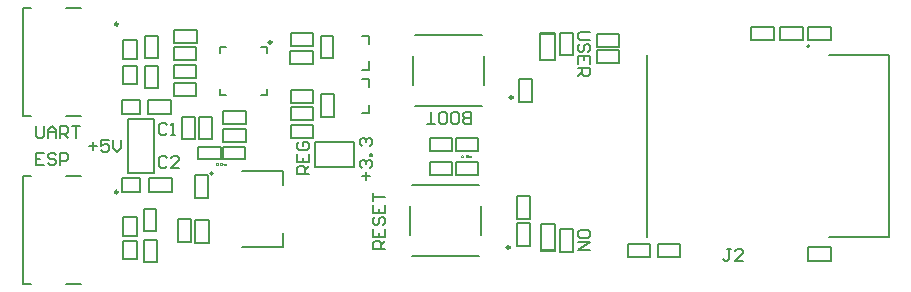
<source format=gto>
G04*
G04 #@! TF.GenerationSoftware,Altium Limited,Altium Designer,25.8.1 (18)*
G04*
G04 Layer_Color=65535*
%FSLAX44Y44*%
%MOMM*%
G71*
G04*
G04 #@! TF.SameCoordinates,F54E5B92-F0D5-4042-A45F-7CF7407C5741*
G04*
G04*
G04 #@! TF.FilePolarity,Positive*
G04*
G01*
G75*
%ADD10C,0.2500*%
%ADD11C,0.2000*%
%ADD12C,0.1270*%
%ADD13C,0.1524*%
%ADD14C,0.0508*%
%ADD15R,1.2700X0.2032*%
D10*
X407310Y41000D02*
G03*
X407310Y41000I-1250J0D01*
G01*
X409850Y168000D02*
G03*
X409850Y168000I-1250J0D01*
G01*
X205720Y214630D02*
G03*
X205720Y214630I-1250J0D01*
G01*
X75650Y230050D02*
G03*
X75650Y230050I-1250J0D01*
G01*
Y87850D02*
G03*
X75650Y87850I-1250J0D01*
G01*
D11*
X661060Y211500D02*
G03*
X661060Y211500I-1000J0D01*
G01*
X155940Y103632D02*
G03*
X155940Y103632I-1000J0D01*
G01*
X383060Y51250D02*
Y75750D01*
X324810Y93500D02*
X381310D01*
X323060Y51250D02*
Y75750D01*
X324810Y33500D02*
X381310D01*
X327350Y160500D02*
X383850D01*
X325600Y178250D02*
Y202750D01*
X327350Y220500D02*
X383850D01*
X385600Y178250D02*
Y202750D01*
X196770Y210395D02*
X201770D01*
Y205395D02*
Y210395D01*
X161770D02*
X166770D01*
X161770Y205395D02*
Y210395D01*
X196770Y170395D02*
X201770D01*
Y175395D01*
X161770Y170395D02*
X166770D01*
X161770D02*
Y175395D01*
X31900Y243800D02*
X44400D01*
X-4850D02*
X2400D01*
X-4850Y152400D02*
Y243800D01*
X31900Y152400D02*
X44400D01*
X-4850D02*
X2400D01*
X31900Y101600D02*
X44400D01*
X-4850D02*
X2400D01*
X-4850Y10200D02*
Y101600D01*
X31900Y10200D02*
X44400D01*
X-4850D02*
X2400D01*
X281940Y154700D02*
X288440D01*
Y161950D01*
X281940Y183700D02*
X288440D01*
Y176450D02*
Y183700D01*
X281940Y191240D02*
X288440D01*
Y198490D01*
X281940Y220240D02*
X288440D01*
Y212990D02*
Y220240D01*
D12*
X164338Y115570D02*
X183134D01*
X164338D02*
Y118364D01*
Y126492D01*
X183134D01*
Y115570D02*
Y126492D01*
X143764Y115570D02*
Y126492D01*
Y115570D02*
X162560D01*
Y123698D01*
Y126492D01*
X143764D02*
X162560D01*
X221742Y211328D02*
X240538D01*
X221742D02*
Y214122D01*
Y222250D01*
X240538D01*
Y211328D02*
Y222250D01*
X123305Y184171D02*
Y195093D01*
Y184171D02*
X142101D01*
Y192299D01*
Y195093D01*
X123305D02*
X142101D01*
X123305Y210454D02*
X142101D01*
Y207660D02*
Y210454D01*
Y199532D02*
Y207660D01*
X123305Y199532D02*
X142101D01*
X123305D02*
Y210454D01*
X129540Y132842D02*
X140462D01*
Y151638D01*
X132334D02*
X140462D01*
X129540D02*
X132334D01*
X129540Y132842D02*
Y151638D01*
X221742Y174498D02*
X240538D01*
Y171704D02*
Y174498D01*
Y163576D02*
Y171704D01*
X221742Y163576D02*
X240538D01*
X221742D02*
Y174498D01*
X240538Y134112D02*
Y145034D01*
X221742D02*
X240538D01*
X221742Y136906D02*
Y145034D01*
Y134112D02*
Y136906D01*
Y134112D02*
X240538D01*
X221742Y148844D02*
X240538D01*
X221742D02*
Y151638D01*
Y159766D01*
X240538D01*
Y148844D02*
Y159766D01*
X450033Y37434D02*
X460955D01*
Y56230D01*
X452827D02*
X460955D01*
X450033D02*
X452827D01*
X450033Y37434D02*
Y56230D01*
X461208Y204013D02*
Y222809D01*
X458414Y204013D02*
X461208D01*
X450286D02*
X458414D01*
X450286D02*
Y222809D01*
X461208D01*
X413496Y65532D02*
X424418D01*
Y84328D01*
X416290D02*
X424418D01*
X413496D02*
X416290D01*
X413496Y65532D02*
Y84328D01*
X480822Y208280D02*
X499618D01*
Y205486D02*
Y208280D01*
Y197358D02*
Y205486D01*
X480822Y197358D02*
X499618D01*
X480822D02*
Y208280D01*
X247396Y170688D02*
X258318D01*
X247396Y151892D02*
Y170688D01*
Y151892D02*
X255524D01*
X258318D01*
Y170688D01*
X480822Y221996D02*
X499618D01*
Y219202D02*
Y221996D01*
Y211074D02*
Y219202D01*
X480822Y211074D02*
X499618D01*
X480822D02*
Y221996D01*
X526034Y33020D02*
Y43942D01*
X507238D02*
X526034D01*
X507238Y35814D02*
Y43942D01*
Y33020D02*
Y35814D01*
Y33020D02*
X526034D01*
X532635Y44075D02*
X551431D01*
Y41281D02*
Y44075D01*
Y33153D02*
Y41281D01*
X532635Y33153D02*
X551431D01*
X532635D02*
Y44075D01*
X247142Y201422D02*
X258064D01*
Y220218D01*
X249936D02*
X258064D01*
X247142D02*
X249936D01*
X247142Y201422D02*
Y220218D01*
X361952Y122682D02*
X380748D01*
X361952D02*
Y125476D01*
Y133604D01*
X380748D01*
Y122682D02*
Y133604D01*
X358648Y122682D02*
Y133604D01*
X339852D02*
X358648D01*
X339852Y125476D02*
Y133604D01*
Y122682D02*
Y125476D01*
Y122682D02*
X358648D01*
X361952Y102365D02*
X380748D01*
X361952D02*
Y105159D01*
Y113287D01*
X380748D01*
Y102365D02*
Y113287D01*
X358648Y102365D02*
Y113287D01*
X339852D02*
X358648D01*
X339852Y105159D02*
Y113287D01*
Y102365D02*
Y105159D01*
Y102365D02*
X358648D01*
X97276Y55118D02*
Y73914D01*
X100070D01*
X108198D01*
Y55118D02*
Y73914D01*
X97276Y55118D02*
X108198D01*
X97536Y47498D02*
X108458D01*
X97536Y28702D02*
Y47498D01*
Y28702D02*
X105664D01*
X108458D01*
Y47498D01*
X109728Y176022D02*
Y194818D01*
X106934Y176022D02*
X109728D01*
X98806D02*
X106934D01*
X98806D02*
Y194818D01*
X109728D01*
X98552Y201422D02*
X109474D01*
Y220218D01*
X101346D02*
X109474D01*
X98552D02*
X101346D01*
X98552Y201422D02*
Y220218D01*
X659966Y216675D02*
Y227851D01*
X679270D01*
X659966Y216675D02*
X679270D01*
Y227851D01*
X84455Y104140D02*
Y149860D01*
Y104140D02*
X106045D01*
Y149860D01*
X84455D02*
X106045D01*
X242720Y108882D02*
Y130471D01*
X275740D01*
Y108882D02*
Y130471D01*
X242720Y108882D02*
X275740D01*
X728310Y50000D02*
Y204000D01*
X677810Y50000D02*
X728310D01*
X523310D02*
Y204000D01*
X677810D02*
X728310D01*
X611905Y216675D02*
Y227851D01*
X631209D01*
X611905Y216675D02*
X631209D01*
Y227851D01*
X142439Y214264D02*
Y225440D01*
X123135Y214264D02*
X142439D01*
X123135Y225440D02*
X142439D01*
X123135Y214264D02*
Y225440D01*
X655687Y216675D02*
Y227851D01*
X636383Y216675D02*
X655687D01*
X636383Y227851D02*
X655687D01*
X636383Y216675D02*
Y227851D01*
X215620Y93760D02*
Y106160D01*
X180620D02*
X215620D01*
Y41160D02*
Y53560D01*
X180620Y41160D02*
X215620D01*
X120142Y154432D02*
Y165608D01*
X100838Y154432D02*
X120142D01*
X100838Y165608D02*
X120142D01*
X100838Y154432D02*
Y165608D01*
X121412Y88392D02*
Y99568D01*
X102108Y88392D02*
X121412D01*
X102108Y99568D02*
X121412D01*
X102108Y88392D02*
Y99568D01*
X414782Y183642D02*
X425958D01*
Y164338D02*
Y183642D01*
X414782Y164338D02*
Y183642D01*
Y164338D02*
X425958D01*
X122797Y169007D02*
Y180183D01*
X142101D01*
X122797Y169007D02*
X142101D01*
Y180183D01*
X659968Y29972D02*
Y41148D01*
X679272D01*
X659968Y29972D02*
X679272D01*
Y41148D01*
X164338Y145542D02*
Y156718D01*
X183642D01*
X164338Y145542D02*
X183642D01*
Y156718D01*
Y130556D02*
Y141732D01*
X164338Y130556D02*
X183642D01*
X164338Y141732D02*
X183642D01*
X164338Y130556D02*
Y141732D01*
X240792Y196342D02*
Y207518D01*
X221488Y196342D02*
X240792D01*
X221488Y207518D02*
X240792D01*
X221488Y196342D02*
Y207518D01*
X144272Y132588D02*
X155448D01*
X144272D02*
Y151892D01*
X155448Y132588D02*
Y151892D01*
X144272D02*
X155448D01*
X126283Y45464D02*
X137459D01*
X126283D02*
Y64768D01*
X137459Y45464D02*
Y64768D01*
X126283D02*
X137459D01*
X141269Y45158D02*
X152445D01*
X141269D02*
Y64462D01*
X152445Y45158D02*
Y64462D01*
X141269D02*
X152445D01*
X140462Y102362D02*
X151638D01*
Y83058D02*
Y102362D01*
X140462Y83058D02*
Y102362D01*
Y83058D02*
X151638D01*
X413512Y42418D02*
X424688D01*
X413512D02*
Y61722D01*
X424688Y42418D02*
Y61722D01*
X413512D02*
X424688D01*
D13*
X91378Y200832D02*
Y216326D01*
X80202Y200832D02*
X91378D01*
X80202D02*
Y216326D01*
X91378D01*
X80202Y179480D02*
Y194974D01*
X91378D01*
Y179480D02*
Y194974D01*
X80202Y179480D02*
X91378D01*
X78740Y88392D02*
Y99568D01*
Y88392D02*
X94234D01*
Y99568D01*
X78740D02*
X94234D01*
X80202Y31342D02*
X91378D01*
Y46836D01*
X80202D02*
X91378D01*
X80202Y31342D02*
Y46836D01*
Y66541D02*
X91378D01*
X80202Y51047D02*
Y66541D01*
Y51047D02*
X91378D01*
Y66541D01*
X78740Y154432D02*
Y165608D01*
Y154432D02*
X94234D01*
Y165608D01*
X78740D02*
X94234D01*
X445770Y199898D02*
Y223012D01*
X433324Y199898D02*
X445770D01*
X433324D02*
Y223012D01*
X445770D01*
X433650Y37808D02*
Y60922D01*
X446096D01*
Y37808D02*
Y60922D01*
X433650Y37808D02*
X446096D01*
X374396Y145799D02*
Y155956D01*
X369318D01*
X367625Y154263D01*
Y152570D01*
X369318Y150878D01*
X374396D01*
X369318D01*
X367625Y149185D01*
Y147492D01*
X369318Y145799D01*
X374396D01*
X359161D02*
X362547D01*
X364239Y147492D01*
Y154263D01*
X362547Y155956D01*
X359161D01*
X357468Y154263D01*
Y147492D01*
X359161Y145799D01*
X349004D02*
X352390D01*
X354083Y147492D01*
Y154263D01*
X352390Y155956D01*
X349004D01*
X347311Y154263D01*
Y147492D01*
X349004Y145799D01*
X343926D02*
X337155D01*
X340540D01*
Y155956D01*
X302006Y39624D02*
X291849D01*
Y44702D01*
X293542Y46395D01*
X296928D01*
X298620Y44702D01*
Y39624D01*
Y43010D02*
X302006Y46395D01*
X291849Y56552D02*
Y49781D01*
X302006D01*
Y56552D01*
X296928Y49781D02*
Y53166D01*
X293542Y66709D02*
X291849Y65016D01*
Y61630D01*
X293542Y59937D01*
X295235D01*
X296928Y61630D01*
Y65016D01*
X298620Y66709D01*
X300313D01*
X302006Y65016D01*
Y61630D01*
X300313Y59937D01*
X291849Y76865D02*
Y70094D01*
X302006D01*
Y76865D01*
X296928Y70094D02*
Y73480D01*
X291849Y80251D02*
Y87022D01*
Y83637D01*
X302006D01*
X475231Y50548D02*
Y53933D01*
X473538Y55626D01*
X466767D01*
X465074Y53933D01*
Y50548D01*
X466767Y48855D01*
X473538D01*
X475231Y50548D01*
X465074Y45469D02*
X475231D01*
X465074Y38698D01*
X475231D01*
Y223266D02*
X466767D01*
X465074Y221573D01*
Y218188D01*
X466767Y216495D01*
X475231D01*
X473538Y206338D02*
X475231Y208031D01*
Y211416D01*
X473538Y213109D01*
X471845D01*
X470152Y211416D01*
Y208031D01*
X468460Y206338D01*
X466767D01*
X465074Y208031D01*
Y211416D01*
X466767Y213109D01*
X475231Y196181D02*
Y202953D01*
X465074D01*
Y196181D01*
X470152Y202953D02*
Y199567D01*
X465074Y192796D02*
X475231D01*
Y187717D01*
X473538Y186025D01*
X470152D01*
X468460Y187717D01*
Y192796D01*
Y189410D02*
X465074Y186025D01*
X595035Y39621D02*
X591650D01*
X593342D01*
Y31157D01*
X591650Y29464D01*
X589957D01*
X588264Y31157D01*
X605192Y29464D02*
X598421D01*
X605192Y36235D01*
Y37928D01*
X603499Y39621D01*
X600113D01*
X598421Y37928D01*
X285498Y98044D02*
Y104815D01*
X282112Y101430D02*
X288883D01*
X282112Y108201D02*
X280419Y109894D01*
Y113279D01*
X282112Y114972D01*
X283805D01*
X285498Y113279D01*
Y111586D01*
Y113279D01*
X287190Y114972D01*
X288883D01*
X290576Y113279D01*
Y109894D01*
X288883Y108201D01*
X290576Y118357D02*
X288883D01*
Y120050D01*
X290576D01*
Y118357D01*
X282112Y126821D02*
X280419Y128514D01*
Y131900D01*
X282112Y133593D01*
X283805D01*
X285498Y131900D01*
Y130207D01*
Y131900D01*
X287190Y133593D01*
X288883D01*
X290576Y131900D01*
Y128514D01*
X288883Y126821D01*
X237236Y103124D02*
X227079D01*
Y108202D01*
X228772Y109895D01*
X232158D01*
X233850Y108202D01*
Y103124D01*
Y106510D02*
X237236Y109895D01*
X227079Y120052D02*
Y113281D01*
X237236D01*
Y120052D01*
X232158Y113281D02*
Y116666D01*
X228772Y130209D02*
X227079Y128516D01*
Y125130D01*
X228772Y123437D01*
X235543D01*
X237236Y125130D01*
Y128516D01*
X235543Y130209D01*
X232158D01*
Y126823D01*
X117515Y116668D02*
X115822Y118361D01*
X112437D01*
X110744Y116668D01*
Y109897D01*
X112437Y108204D01*
X115822D01*
X117515Y109897D01*
X127672Y108204D02*
X120901D01*
X127672Y114975D01*
Y116668D01*
X125979Y118361D01*
X122593D01*
X120901Y116668D01*
X51054Y127252D02*
X57825D01*
X54440Y130638D02*
Y123867D01*
X67982Y132331D02*
X61211D01*
Y127252D01*
X64596Y128945D01*
X66289D01*
X67982Y127252D01*
Y123867D01*
X66289Y122174D01*
X62903D01*
X61211Y123867D01*
X71367Y132331D02*
Y125560D01*
X74753Y122174D01*
X78139Y125560D01*
Y132331D01*
X117515Y144608D02*
X115822Y146301D01*
X112437D01*
X110744Y144608D01*
Y137837D01*
X112437Y136144D01*
X115822D01*
X117515Y137837D01*
X120901Y136144D02*
X124286D01*
X122593D01*
Y146301D01*
X120901Y144608D01*
X13375Y120901D02*
X6604D01*
Y110744D01*
X13375D01*
X6604Y115822D02*
X9990D01*
X23532Y119208D02*
X21839Y120901D01*
X18454D01*
X16761Y119208D01*
Y117515D01*
X18454Y115822D01*
X21839D01*
X23532Y114130D01*
Y112437D01*
X21839Y110744D01*
X18454D01*
X16761Y112437D01*
X26917Y110744D02*
Y120901D01*
X31996D01*
X33689Y119208D01*
Y115822D01*
X31996Y114130D01*
X26917D01*
X6604Y143761D02*
Y135297D01*
X8297Y133604D01*
X11682D01*
X13375Y135297D01*
Y143761D01*
X16761Y133604D02*
Y140375D01*
X20146Y143761D01*
X23532Y140375D01*
Y133604D01*
Y138682D01*
X16761D01*
X26917Y133604D02*
Y143761D01*
X31996D01*
X33689Y142068D01*
Y138682D01*
X31996Y136990D01*
X26917D01*
X30303D02*
X33689Y133604D01*
X37074Y143761D02*
X43845D01*
X40460D01*
Y133604D01*
D14*
X367319Y119150D02*
X366726D01*
X366430Y118854D01*
Y117669D01*
X366726Y117373D01*
X367319D01*
X367615Y117669D01*
Y118854D01*
X367319Y119150D01*
X370874D02*
X370281D01*
X369985Y118854D01*
Y117669D01*
X370281Y117373D01*
X370874D01*
X371170Y117669D01*
Y118854D01*
X370874Y119150D01*
X371762D02*
Y117373D01*
Y118261D01*
X372059Y118558D01*
X372651D01*
X372947Y118261D01*
Y117373D01*
X373540D02*
Y118558D01*
X373836D01*
X374132Y118261D01*
Y117373D01*
Y118261D01*
X374428Y118558D01*
X374725Y118261D01*
Y117373D01*
X159639Y112521D02*
X159046D01*
X158750Y112225D01*
Y111040D01*
X159046Y110744D01*
X159639D01*
X159935Y111040D01*
Y112225D01*
X159639Y112521D01*
X163194D02*
X162601D01*
X162305Y112225D01*
Y111040D01*
X162601Y110744D01*
X163194D01*
X163490Y111040D01*
Y112225D01*
X163194Y112521D01*
X164082D02*
Y110744D01*
Y111633D01*
X164379Y111929D01*
X164971D01*
X165267Y111633D01*
Y110744D01*
X165860D02*
Y111929D01*
X166156D01*
X166452Y111633D01*
Y110744D01*
Y111633D01*
X166748Y111929D01*
X167045Y111633D01*
Y110744D01*
D15*
X439674Y221998D02*
D03*
X439746Y38826D02*
D03*
M02*

</source>
